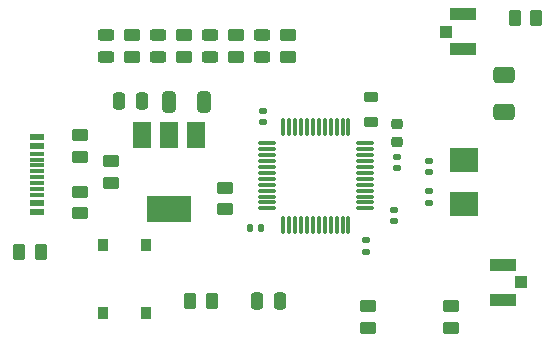
<source format=gbr>
%TF.GenerationSoftware,KiCad,Pcbnew,(6.0.11)*%
%TF.CreationDate,2025-09-27T21:04:19-04:00*%
%TF.ProjectId,433MHz-SRX882S-Dongle,3433334d-487a-42d5-9352-58383832532d,rev?*%
%TF.SameCoordinates,Original*%
%TF.FileFunction,Paste,Top*%
%TF.FilePolarity,Positive*%
%FSLAX46Y46*%
G04 Gerber Fmt 4.6, Leading zero omitted, Abs format (unit mm)*
G04 Created by KiCad (PCBNEW (6.0.11)) date 2025-09-27 21:04:19*
%MOMM*%
%LPD*%
G01*
G04 APERTURE LIST*
G04 Aperture macros list*
%AMRoundRect*
0 Rectangle with rounded corners*
0 $1 Rounding radius*
0 $2 $3 $4 $5 $6 $7 $8 $9 X,Y pos of 4 corners*
0 Add a 4 corners polygon primitive as box body*
4,1,4,$2,$3,$4,$5,$6,$7,$8,$9,$2,$3,0*
0 Add four circle primitives for the rounded corners*
1,1,$1+$1,$2,$3*
1,1,$1+$1,$4,$5*
1,1,$1+$1,$6,$7*
1,1,$1+$1,$8,$9*
0 Add four rect primitives between the rounded corners*
20,1,$1+$1,$2,$3,$4,$5,0*
20,1,$1+$1,$4,$5,$6,$7,0*
20,1,$1+$1,$6,$7,$8,$9,0*
20,1,$1+$1,$8,$9,$2,$3,0*%
G04 Aperture macros list end*
%ADD10RoundRect,0.243750X-0.456250X0.243750X-0.456250X-0.243750X0.456250X-0.243750X0.456250X0.243750X0*%
%ADD11RoundRect,0.250000X-0.250000X-0.475000X0.250000X-0.475000X0.250000X0.475000X-0.250000X0.475000X0*%
%ADD12RoundRect,0.250000X-0.450000X0.262500X-0.450000X-0.262500X0.450000X-0.262500X0.450000X0.262500X0*%
%ADD13RoundRect,0.250000X0.450000X-0.262500X0.450000X0.262500X-0.450000X0.262500X-0.450000X-0.262500X0*%
%ADD14RoundRect,0.140000X-0.170000X0.140000X-0.170000X-0.140000X0.170000X-0.140000X0.170000X0.140000X0*%
%ADD15RoundRect,0.140000X0.140000X0.170000X-0.140000X0.170000X-0.140000X-0.170000X0.140000X-0.170000X0*%
%ADD16RoundRect,0.140000X0.170000X-0.140000X0.170000X0.140000X-0.170000X0.140000X-0.170000X-0.140000X0*%
%ADD17RoundRect,0.250000X-0.650000X0.412500X-0.650000X-0.412500X0.650000X-0.412500X0.650000X0.412500X0*%
%ADD18R,1.240000X0.600000*%
%ADD19R,1.240000X0.300000*%
%ADD20RoundRect,0.075000X0.662500X0.075000X-0.662500X0.075000X-0.662500X-0.075000X0.662500X-0.075000X0*%
%ADD21RoundRect,0.075000X0.075000X0.662500X-0.075000X0.662500X-0.075000X-0.662500X0.075000X-0.662500X0*%
%ADD22RoundRect,0.250000X-0.262500X-0.450000X0.262500X-0.450000X0.262500X0.450000X-0.262500X0.450000X0*%
%ADD23RoundRect,0.250000X0.262500X0.450000X-0.262500X0.450000X-0.262500X-0.450000X0.262500X-0.450000X0*%
%ADD24R,1.500000X2.200000*%
%ADD25R,3.800000X2.200000*%
%ADD26RoundRect,0.225000X-0.250000X0.225000X-0.250000X-0.225000X0.250000X-0.225000X0.250000X0.225000X0*%
%ADD27R,0.900000X1.000000*%
%ADD28R,2.400000X2.000000*%
%ADD29RoundRect,0.218750X-0.381250X0.218750X-0.381250X-0.218750X0.381250X-0.218750X0.381250X0.218750X0*%
%ADD30R,2.200000X1.050000*%
%ADD31R,1.050000X1.000000*%
%ADD32RoundRect,0.250000X0.325000X0.650000X-0.325000X0.650000X-0.325000X-0.650000X0.325000X-0.650000X0*%
G04 APERTURE END LIST*
D10*
%TO.C,D3*%
X85700000Y-92325000D03*
X85700000Y-94200000D03*
%TD*%
D11*
%TO.C,C1*%
X89700000Y-114850000D03*
X91600000Y-114850000D03*
%TD*%
%TO.C,C4*%
X78000000Y-97950000D03*
X79900000Y-97950000D03*
%TD*%
D12*
%TO.C,R10*%
X87897886Y-92350000D03*
X87897886Y-94175000D03*
%TD*%
D13*
%TO.C,FB1*%
X77300000Y-104812500D03*
X77300000Y-102987500D03*
%TD*%
D14*
%TO.C,C5*%
X98850000Y-109720000D03*
X98850000Y-110680000D03*
%TD*%
D15*
%TO.C,C3*%
X90030000Y-108700000D03*
X89070000Y-108700000D03*
%TD*%
D12*
%TO.C,R12*%
X86950000Y-105237500D03*
X86950000Y-107062500D03*
%TD*%
D16*
%TO.C,C11*%
X104250000Y-103920000D03*
X104250000Y-102960000D03*
%TD*%
D17*
%TO.C,C2*%
X110600000Y-95737500D03*
X110600000Y-98862500D03*
%TD*%
D18*
%TO.C,J1*%
X71000000Y-100920000D03*
X71000000Y-101720000D03*
D19*
X71000000Y-102870000D03*
X71000000Y-103870000D03*
X71000000Y-104370000D03*
X71000000Y-105370000D03*
D18*
X71000000Y-106520000D03*
X71000000Y-107320000D03*
X71000000Y-107320000D03*
X71000000Y-106520000D03*
D19*
X71000000Y-105870000D03*
X71000000Y-104870000D03*
X71000000Y-103370000D03*
X71000000Y-102370000D03*
D18*
X71000000Y-101720000D03*
X71000000Y-100920000D03*
%TD*%
D20*
%TO.C,U4*%
X98812500Y-107000000D03*
X98812500Y-106500000D03*
X98812500Y-106000000D03*
X98812500Y-105500000D03*
X98812500Y-105000000D03*
X98812500Y-104500000D03*
X98812500Y-104000000D03*
X98812500Y-103500000D03*
X98812500Y-103000000D03*
X98812500Y-102500000D03*
X98812500Y-102000000D03*
X98812500Y-101500000D03*
D21*
X97400000Y-100087500D03*
X96900000Y-100087500D03*
X96400000Y-100087500D03*
X95900000Y-100087500D03*
X95400000Y-100087500D03*
X94900000Y-100087500D03*
X94400000Y-100087500D03*
X93900000Y-100087500D03*
X93400000Y-100087500D03*
X92900000Y-100087500D03*
X92400000Y-100087500D03*
X91900000Y-100087500D03*
D20*
X90487500Y-101500000D03*
X90487500Y-102000000D03*
X90487500Y-102500000D03*
X90487500Y-103000000D03*
X90487500Y-103500000D03*
X90487500Y-104000000D03*
X90487500Y-104500000D03*
X90487500Y-105000000D03*
X90487500Y-105500000D03*
X90487500Y-106000000D03*
X90487500Y-106500000D03*
X90487500Y-107000000D03*
D21*
X91900000Y-108412500D03*
X92400000Y-108412500D03*
X92900000Y-108412500D03*
X93400000Y-108412500D03*
X93900000Y-108412500D03*
X94400000Y-108412500D03*
X94900000Y-108412500D03*
X95400000Y-108412500D03*
X95900000Y-108412500D03*
X96400000Y-108412500D03*
X96900000Y-108412500D03*
X97400000Y-108412500D03*
%TD*%
D13*
%TO.C,R2*%
X99050000Y-117112500D03*
X99050000Y-115287500D03*
%TD*%
D10*
%TO.C,D4*%
X90102114Y-92325000D03*
X90102114Y-94200000D03*
%TD*%
D22*
%TO.C,R1*%
X69532500Y-110670000D03*
X71357500Y-110670000D03*
%TD*%
D12*
%TO.C,R7*%
X79112684Y-92350000D03*
X79112684Y-94175000D03*
%TD*%
D23*
%TO.C,R6*%
X113312500Y-90850000D03*
X111487500Y-90850000D03*
%TD*%
D13*
%TO.C,R5*%
X74650000Y-102612500D03*
X74650000Y-100787500D03*
%TD*%
D24*
%TO.C,U2*%
X84500000Y-100750000D03*
X82200000Y-100750000D03*
X79900000Y-100750000D03*
D25*
X82200000Y-107050000D03*
%TD*%
D16*
%TO.C,C6*%
X90150000Y-99680000D03*
X90150000Y-98720000D03*
%TD*%
D12*
%TO.C,R9*%
X83508456Y-92350000D03*
X83508456Y-94175000D03*
%TD*%
D14*
%TO.C,C10*%
X104250000Y-105560000D03*
X104250000Y-106520000D03*
%TD*%
D23*
%TO.C,R8*%
X85812500Y-114850000D03*
X83987500Y-114850000D03*
%TD*%
D16*
%TO.C,C12*%
X101250000Y-108080000D03*
X101250000Y-107120000D03*
%TD*%
D26*
%TO.C,C8*%
X101550000Y-99825000D03*
X101550000Y-101375000D03*
%TD*%
D27*
%TO.C,SW1*%
X80300000Y-110100000D03*
X80300000Y-115900000D03*
X76600000Y-115900000D03*
X76600000Y-110100000D03*
%TD*%
D28*
%TO.C,Y1*%
X107150000Y-102890000D03*
X107150000Y-106590000D03*
%TD*%
D12*
%TO.C,R3*%
X106100000Y-115287500D03*
X106100000Y-117112500D03*
%TD*%
%TO.C,R4*%
X74650000Y-105587500D03*
X74650000Y-107412500D03*
%TD*%
%TO.C,R11*%
X92300000Y-92350000D03*
X92300000Y-94175000D03*
%TD*%
D29*
%TO.C,L1*%
X99350000Y-97537500D03*
X99350000Y-99662500D03*
%TD*%
D10*
%TO.C,D1*%
X76914798Y-92325000D03*
X76914798Y-94200000D03*
%TD*%
D30*
%TO.C,J3*%
X107140000Y-93525000D03*
X107140000Y-90575000D03*
D31*
X105640000Y-92050000D03*
%TD*%
D32*
%TO.C,C7*%
X85175000Y-98000000D03*
X82225000Y-98000000D03*
%TD*%
D10*
%TO.C,D2*%
X81310570Y-92325000D03*
X81310570Y-94200000D03*
%TD*%
D30*
%TO.C,J6*%
X110500000Y-114725000D03*
X110500000Y-111775000D03*
D31*
X112000000Y-113250000D03*
%TD*%
D16*
%TO.C,C9*%
X101550000Y-103580000D03*
X101550000Y-102620000D03*
%TD*%
M02*

</source>
